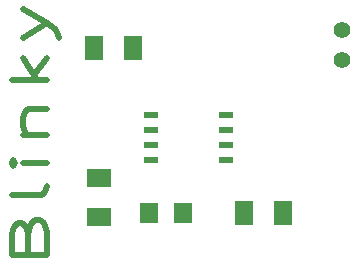
<source format=gts>
G04 (created by PCBNEW (2013-07-07 BZR 4022)-stable) date 24/01/2014 12:39:24 p.m.*
%MOIN*%
G04 Gerber Fmt 3.4, Leading zero omitted, Abs format*
%FSLAX34Y34*%
G01*
G70*
G90*
G04 APERTURE LIST*
%ADD10C,0.00590551*%
%ADD11C,0.02*%
%ADD12R,0.045X0.02*%
%ADD13R,0.06X0.08*%
%ADD14R,0.08X0.06*%
%ADD15C,0.055*%
%ADD16R,0.0629X0.0709*%
G04 APERTURE END LIST*
G54D10*
G54D11*
X64159Y-61233D02*
X64215Y-60947D01*
X64271Y-60852D01*
X64384Y-60757D01*
X64553Y-60757D01*
X64665Y-60852D01*
X64721Y-60947D01*
X64778Y-61138D01*
X64778Y-61899D01*
X63596Y-61899D01*
X63596Y-61233D01*
X63653Y-61042D01*
X63709Y-60947D01*
X63821Y-60852D01*
X63934Y-60852D01*
X64046Y-60947D01*
X64103Y-61042D01*
X64159Y-61233D01*
X64159Y-61899D01*
X64778Y-59614D02*
X64721Y-59804D01*
X64609Y-59899D01*
X63596Y-59899D01*
X64778Y-58852D02*
X63990Y-58852D01*
X63596Y-58852D02*
X63653Y-58947D01*
X63709Y-58852D01*
X63653Y-58757D01*
X63596Y-58852D01*
X63709Y-58852D01*
X63990Y-57899D02*
X64778Y-57899D01*
X64103Y-57899D02*
X64046Y-57804D01*
X63990Y-57614D01*
X63990Y-57328D01*
X64046Y-57138D01*
X64159Y-57042D01*
X64778Y-57042D01*
X64778Y-56090D02*
X63596Y-56090D01*
X64328Y-55900D02*
X64778Y-55328D01*
X63990Y-55328D02*
X64440Y-56090D01*
X63990Y-54661D02*
X64778Y-54185D01*
X63990Y-53709D02*
X64778Y-54185D01*
X65059Y-54376D01*
X65115Y-54471D01*
X65171Y-54661D01*
G54D12*
X70750Y-57250D03*
X70750Y-57750D03*
X70750Y-58250D03*
X70750Y-58750D03*
X68250Y-58750D03*
X68250Y-58250D03*
X68250Y-57750D03*
X68250Y-57250D03*
G54D13*
X66350Y-55000D03*
X67650Y-55000D03*
X72650Y-60500D03*
X71350Y-60500D03*
G54D14*
X66500Y-59350D03*
X66500Y-60650D03*
G54D15*
X74600Y-54400D03*
X74600Y-55400D03*
G54D16*
X68191Y-60500D03*
X69309Y-60500D03*
M02*

</source>
